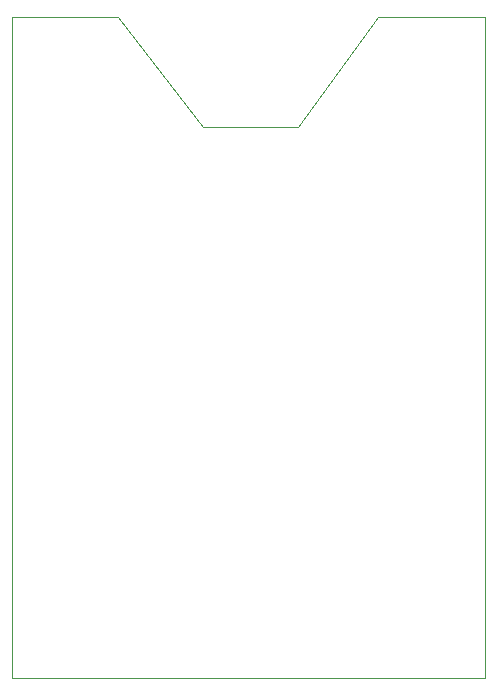
<source format=gm1>
%TF.GenerationSoftware,KiCad,Pcbnew,9.0.0*%
%TF.CreationDate,2025-04-04T06:59:08-07:00*%
%TF.ProjectId,XBee Pro THT Mounting PCB,58426565-2050-4726-9f20-544854204d6f,rev?*%
%TF.SameCoordinates,Original*%
%TF.FileFunction,Profile,NP*%
%FSLAX46Y46*%
G04 Gerber Fmt 4.6, Leading zero omitted, Abs format (unit mm)*
G04 Created by KiCad (PCBNEW 9.0.0) date 2025-04-04 06:59:08*
%MOMM*%
%LPD*%
G01*
G04 APERTURE LIST*
%TA.AperFunction,Profile*%
%ADD10C,0.050000*%
%TD*%
G04 APERTURE END LIST*
D10*
X123300000Y-68100000D02*
X115300000Y-68100000D01*
X99100000Y-114800000D02*
X139100000Y-114800000D01*
X139100000Y-114800000D02*
X139100000Y-58800000D01*
X139100000Y-58800000D02*
X130100000Y-58800000D01*
X99100000Y-58800000D02*
X99100000Y-114800000D01*
X123300000Y-68100000D02*
X130100000Y-58800000D01*
X108100000Y-58800000D02*
X99100000Y-58800000D01*
X115300000Y-68100000D02*
X108100000Y-58800000D01*
M02*

</source>
